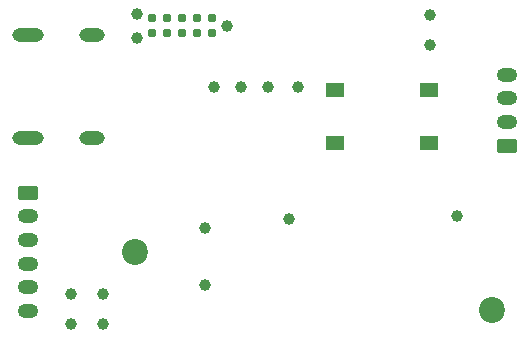
<source format=gbr>
%TF.GenerationSoftware,KiCad,Pcbnew,9.0.5-9.0.5~ubuntu24.04.1*%
%TF.CreationDate,2025-10-22T19:45:33-05:00*%
%TF.ProjectId,can_distance_sensor,63616e5f-6469-4737-9461-6e63655f7365,rev?*%
%TF.SameCoordinates,Original*%
%TF.FileFunction,Soldermask,Bot*%
%TF.FilePolarity,Negative*%
%FSLAX46Y46*%
G04 Gerber Fmt 4.6, Leading zero omitted, Abs format (unit mm)*
G04 Created by KiCad (PCBNEW 9.0.5-9.0.5~ubuntu24.04.1) date 2025-10-22 19:45:33*
%MOMM*%
%LPD*%
G01*
G04 APERTURE LIST*
G04 Aperture macros list*
%AMRoundRect*
0 Rectangle with rounded corners*
0 $1 Rounding radius*
0 $2 $3 $4 $5 $6 $7 $8 $9 X,Y pos of 4 corners*
0 Add a 4 corners polygon primitive as box body*
4,1,4,$2,$3,$4,$5,$6,$7,$8,$9,$2,$3,0*
0 Add four circle primitives for the rounded corners*
1,1,$1+$1,$2,$3*
1,1,$1+$1,$4,$5*
1,1,$1+$1,$6,$7*
1,1,$1+$1,$8,$9*
0 Add four rect primitives between the rounded corners*
20,1,$1+$1,$2,$3,$4,$5,0*
20,1,$1+$1,$4,$5,$6,$7,0*
20,1,$1+$1,$6,$7,$8,$9,0*
20,1,$1+$1,$8,$9,$2,$3,0*%
G04 Aperture macros list end*
%ADD10RoundRect,0.250000X0.625000X-0.350000X0.625000X0.350000X-0.625000X0.350000X-0.625000X-0.350000X0*%
%ADD11O,1.750000X1.200000*%
%ADD12C,2.200000*%
%ADD13RoundRect,0.250000X-0.625000X0.350000X-0.625000X-0.350000X0.625000X-0.350000X0.625000X0.350000X0*%
%ADD14O,2.159000X1.168400*%
%ADD15O,2.667000X1.168400*%
%ADD16C,0.990600*%
%ADD17C,0.787400*%
%ADD18C,1.000000*%
%ADD19R,1.549400X1.295400*%
G04 APERTURE END LIST*
D10*
%TO.C,J3*%
X212550000Y-103000000D03*
D11*
X212550000Y-101000000D03*
X212550000Y-99000000D03*
X212550000Y-97000000D03*
%TD*%
D12*
%TO.C,H1*%
X181000000Y-112000000D03*
%TD*%
D13*
%TO.C,J4*%
X172000000Y-107000000D03*
D11*
X172000000Y-109000000D03*
X172000000Y-111000000D03*
X172000000Y-113000000D03*
X172000000Y-115000000D03*
X172000000Y-117000000D03*
%TD*%
D12*
%TO.C,H2*%
X211230000Y-116956000D03*
%TD*%
D14*
%TO.C,J5*%
X177360700Y-93679998D03*
D15*
X172000700Y-93679998D03*
D14*
X177360700Y-102320002D03*
D15*
X172000700Y-102320002D03*
%TD*%
D16*
%TO.C,J2*%
X188810000Y-92865000D03*
X181190000Y-93881000D03*
X181190000Y-91849000D03*
D17*
X187540000Y-93500000D03*
X186270000Y-93500000D03*
X185000000Y-93500000D03*
X183730000Y-93500000D03*
X182460000Y-93500000D03*
X182460000Y-92230000D03*
X183730000Y-92230000D03*
X185000000Y-92230000D03*
X186270000Y-92230000D03*
X187540000Y-92230000D03*
%TD*%
D18*
%TO.C,TP5*%
X194826000Y-98000000D03*
%TD*%
%TO.C,TP2*%
X194064000Y-109176000D03*
%TD*%
%TO.C,TP1*%
X208288000Y-108922000D03*
%TD*%
%TO.C,TP7*%
X187714000Y-98000000D03*
%TD*%
%TO.C,TP9*%
X178308000Y-118110000D03*
%TD*%
%TO.C,TP11*%
X175641000Y-118110000D03*
%TD*%
%TO.C,TP8*%
X190000000Y-98000000D03*
%TD*%
%TO.C,TP13*%
X206002000Y-94444000D03*
%TD*%
%TO.C,TP6*%
X192286000Y-98000000D03*
%TD*%
%TO.C,TP10*%
X175641000Y-115570000D03*
%TD*%
%TO.C,TP3*%
X186952000Y-109938000D03*
%TD*%
%TO.C,TP12*%
X178308000Y-115570000D03*
%TD*%
%TO.C,TP14*%
X206002000Y-91904000D03*
%TD*%
%TO.C,TP4*%
X186952000Y-114764000D03*
%TD*%
D19*
%TO.C,SW1*%
X205913000Y-98290000D03*
X197963000Y-98289999D03*
X205913000Y-102790001D03*
X197963000Y-102790001D03*
%TD*%
M02*

</source>
